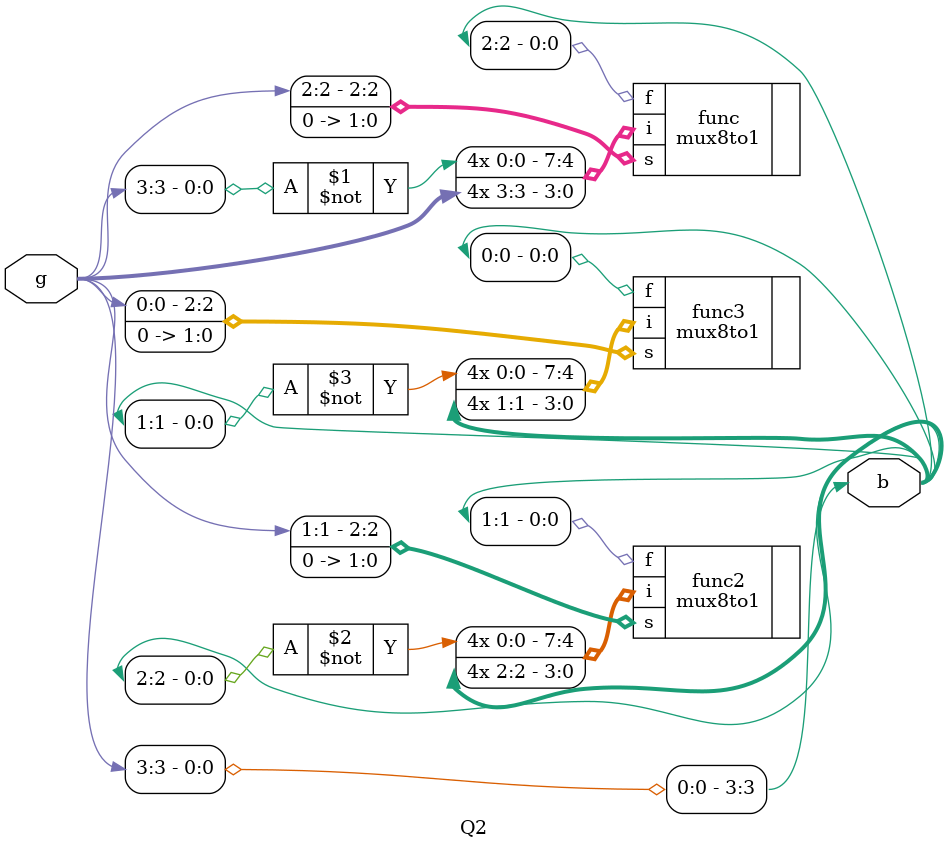
<source format=v>
`include "mux8to1.v"
module Q2(g,b);
	input [3:0]g;
	output [3:0]b;
	assign b[3] = g[3];
    mux8to1 func(
        .s({g[2],1'b0,1'b0}),
        .i({{4{~b[3]}},{4{b[3]}}}),
        .f(b[2])
    );
    mux8to1 func2(
        .s({g[1],1'b0,1'b0}),
        .i({{4{~b[2]}},{4{b[2]}}}),
        .f(b[1])
    );
    mux8to1 func3(
        .s({g[0],1'b0,1'b0}),
        .i({{4{~b[1]}},{4{b[1]}}}),
        .f(b[0])
    );
endmodule

</source>
